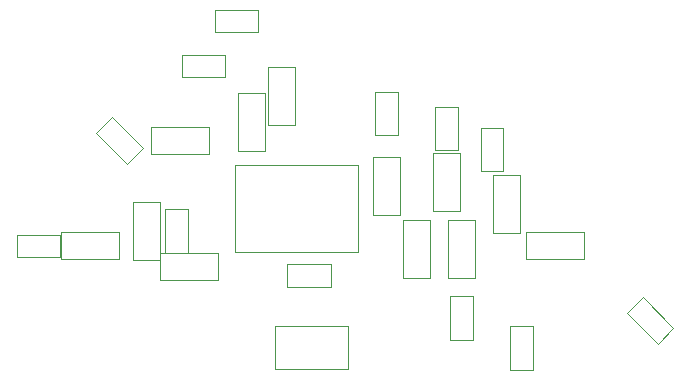
<source format=gbr>
%TF.GenerationSoftware,KiCad,Pcbnew,8.0.6+1*%
%TF.CreationDate,2024-12-11T00:22:32+00:00*%
%TF.ProjectId,Dino-Blinker,44696e6f-2d42-46c6-996e-6b65722e6b69,rev?*%
%TF.SameCoordinates,Original*%
%TF.FileFunction,Other,User*%
%FSLAX46Y46*%
G04 Gerber Fmt 4.6, Leading zero omitted, Abs format (unit mm)*
G04 Created by KiCad (PCBNEW 8.0.6+1) date 2024-12-11 00:22:32*
%MOMM*%
%LPD*%
G01*
G04 APERTURE LIST*
%ADD10C,0.050000*%
G04 APERTURE END LIST*
D10*
%TO.C,R12*%
X124610000Y-100420000D02*
X126850000Y-100420000D01*
X124610000Y-105320000D02*
X124610000Y-100420000D01*
X126850000Y-100420000D02*
X126850000Y-105320000D01*
X126850000Y-105320000D02*
X124610000Y-105320000D01*
%TO.C,R4*%
X126100000Y-94130000D02*
X131000000Y-94130000D01*
X126100000Y-96370000D02*
X126100000Y-94130000D01*
X131000000Y-94130000D02*
X131000000Y-96370000D01*
X131000000Y-96370000D02*
X126100000Y-96370000D01*
%TO.C,R7*%
X136040000Y-88990000D02*
X138280000Y-88990000D01*
X136040000Y-93890000D02*
X136040000Y-88990000D01*
X138280000Y-88990000D02*
X138280000Y-93890000D01*
X138280000Y-93890000D02*
X136040000Y-93890000D01*
%TO.C,C1*%
X127290000Y-100990000D02*
X129250000Y-100990000D01*
X127290000Y-104750000D02*
X127290000Y-100990000D01*
X129250000Y-100990000D02*
X129250000Y-104750000D01*
X129250000Y-104750000D02*
X127290000Y-104750000D01*
%TO.C,D4*%
X121490101Y-94613604D02*
X122833604Y-93270101D01*
X122833604Y-93270101D02*
X125449899Y-95886396D01*
X124106396Y-97229899D02*
X121490101Y-94613604D01*
X125449899Y-95886396D02*
X124106396Y-97229899D01*
%TO.C,D9*%
X145100000Y-91105000D02*
X147000000Y-91105000D01*
X145100000Y-94805000D02*
X145100000Y-91105000D01*
X147000000Y-91105000D02*
X147000000Y-94805000D01*
X147000000Y-94805000D02*
X145100000Y-94805000D01*
%TO.C,J1*%
X136650000Y-110950000D02*
X136650000Y-114550000D01*
X136650000Y-114550000D02*
X142800000Y-114550000D01*
X142800000Y-110950000D02*
X136650000Y-110950000D01*
X142800000Y-114550000D02*
X142800000Y-110950000D01*
%TO.C,D7*%
X131500000Y-84140000D02*
X135200000Y-84140000D01*
X131500000Y-86040000D02*
X131500000Y-84140000D01*
X135200000Y-84140000D02*
X135200000Y-86040000D01*
X135200000Y-86040000D02*
X131500000Y-86040000D01*
%TO.C,R6*%
X133500000Y-91250000D02*
X135740000Y-91250000D01*
X133500000Y-96150000D02*
X133500000Y-91250000D01*
X135740000Y-91250000D02*
X135740000Y-96150000D01*
X135740000Y-96150000D02*
X133500000Y-96150000D01*
%TO.C,D10*%
X150180000Y-92375000D02*
X152080000Y-92375000D01*
X150180000Y-96075000D02*
X150180000Y-92375000D01*
X152080000Y-92375000D02*
X152080000Y-96075000D01*
X152080000Y-96075000D02*
X150180000Y-96075000D01*
%TO.C,R1*%
X151280000Y-101970000D02*
X153520000Y-101970000D01*
X151280000Y-106870000D02*
X151280000Y-101970000D01*
X153520000Y-101970000D02*
X153520000Y-106870000D01*
X153520000Y-106870000D02*
X151280000Y-106870000D01*
%TO.C,R9*%
X144930000Y-96610000D02*
X147170000Y-96610000D01*
X144930000Y-101510000D02*
X144930000Y-96610000D01*
X147170000Y-96610000D02*
X147170000Y-101510000D01*
X147170000Y-101510000D02*
X144930000Y-101510000D01*
%TO.C,D1*%
X156530000Y-110935000D02*
X158430000Y-110935000D01*
X156530000Y-114635000D02*
X156530000Y-110935000D01*
X158430000Y-110935000D02*
X158430000Y-114635000D01*
X158430000Y-114635000D02*
X156530000Y-114635000D01*
%TO.C,R11*%
X126857841Y-104792863D02*
X131757841Y-104792863D01*
X126857841Y-107032863D02*
X126857841Y-104792863D01*
X131757841Y-104792863D02*
X131757841Y-107032863D01*
X131757841Y-107032863D02*
X126857841Y-107032863D01*
%TO.C,D8*%
X154050000Y-94150000D02*
X155950000Y-94150000D01*
X154050000Y-97850000D02*
X154050000Y-94150000D01*
X155950000Y-94150000D02*
X155950000Y-97850000D01*
X155950000Y-97850000D02*
X154050000Y-97850000D01*
%TO.C,R2*%
X147470000Y-101970000D02*
X149710000Y-101970000D01*
X147470000Y-106870000D02*
X147470000Y-101970000D01*
X149710000Y-101970000D02*
X149710000Y-106870000D01*
X149710000Y-106870000D02*
X147470000Y-106870000D01*
%TO.C,D2*%
X151450000Y-108395000D02*
X153350000Y-108395000D01*
X151450000Y-112095000D02*
X151450000Y-108395000D01*
X153350000Y-108395000D02*
X153350000Y-112095000D01*
X153350000Y-112095000D02*
X151450000Y-112095000D01*
%TO.C,C2*%
X137587500Y-105700000D02*
X141347500Y-105700000D01*
X137587500Y-107660000D02*
X137587500Y-105700000D01*
X141347500Y-105700000D02*
X141347500Y-107660000D01*
X141347500Y-107660000D02*
X137587500Y-107660000D01*
%TO.C,R3*%
X157850000Y-103020000D02*
X162750000Y-103020000D01*
X157850000Y-105260000D02*
X157850000Y-103020000D01*
X162750000Y-103020000D02*
X162750000Y-105260000D01*
X162750000Y-105260000D02*
X157850000Y-105260000D01*
%TO.C,R10*%
X150010000Y-96330000D02*
X152250000Y-96330000D01*
X150010000Y-101230000D02*
X150010000Y-96330000D01*
X152250000Y-96330000D02*
X152250000Y-101230000D01*
X152250000Y-101230000D02*
X150010000Y-101230000D01*
%TO.C,D6*%
X128715000Y-87950000D02*
X132415000Y-87950000D01*
X128715000Y-89850000D02*
X128715000Y-87950000D01*
X132415000Y-87950000D02*
X132415000Y-89850000D01*
X132415000Y-89850000D02*
X128715000Y-89850000D01*
%TO.C,IC1*%
X133230000Y-97265000D02*
X133230000Y-104665000D01*
X133230000Y-104665000D02*
X143630000Y-104665000D01*
X143630000Y-97265000D02*
X133230000Y-97265000D01*
X143630000Y-104665000D02*
X143630000Y-97265000D01*
%TO.C,R5*%
X118480000Y-103020000D02*
X123380000Y-103020000D01*
X118480000Y-105260000D02*
X118480000Y-103020000D01*
X123380000Y-103020000D02*
X123380000Y-105260000D01*
X123380000Y-105260000D02*
X118480000Y-105260000D01*
%TO.C,R8*%
X155090000Y-98160000D02*
X157330000Y-98160000D01*
X155090000Y-103060000D02*
X155090000Y-98160000D01*
X157330000Y-98160000D02*
X157330000Y-103060000D01*
X157330000Y-103060000D02*
X155090000Y-103060000D01*
%TO.C,D3*%
X166384885Y-109853604D02*
X167728388Y-108510101D01*
X167728388Y-108510101D02*
X170344683Y-111126396D01*
X169001180Y-112469899D02*
X166384885Y-109853604D01*
X170344683Y-111126396D02*
X169001180Y-112469899D01*
%TO.C,D5*%
X114745000Y-103190000D02*
X118445000Y-103190000D01*
X114745000Y-105090000D02*
X114745000Y-103190000D01*
X118445000Y-103190000D02*
X118445000Y-105090000D01*
X118445000Y-105090000D02*
X114745000Y-105090000D01*
%TD*%
M02*

</source>
